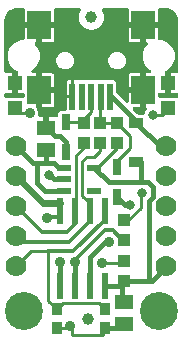
<source format=gbr>
G04 EAGLE Gerber RS-274X export*
G75*
%MOMM*%
%FSLAX34Y34*%
%LPD*%
%INTop Copper*%
%IPPOS*%
%AMOC8*
5,1,8,0,0,1.08239X$1,22.5*%
G01*
%ADD10R,1.000000X1.100000*%
%ADD11C,1.000000*%
%ADD12R,1.200000X0.550000*%
%ADD13R,1.500000X1.300000*%
%ADD14R,0.500000X2.200000*%
%ADD15R,0.900000X1.000000*%
%ADD16R,1.200000X1.200000*%
%ADD17R,1.220000X0.910000*%
%ADD18C,3.216000*%
%ADD19C,1.778000*%
%ADD20R,2.000000X2.400000*%
%ADD21R,0.500000X2.308000*%
%ADD22R,0.800000X1.350000*%
%ADD23C,0.254000*%
%ADD24C,0.906400*%
%ADD25C,0.304800*%
%ADD26C,0.406400*%
%ADD27C,0.800100*%
%ADD28C,0.609600*%

G36*
X-36712Y58436D02*
X-36712Y58436D01*
X-36593Y58443D01*
X-36555Y58456D01*
X-36515Y58461D01*
X-36404Y58504D01*
X-36291Y58541D01*
X-36256Y58563D01*
X-36219Y58578D01*
X-36123Y58648D01*
X-36022Y58711D01*
X-35994Y58741D01*
X-35961Y58764D01*
X-35886Y58856D01*
X-35804Y58943D01*
X-35784Y58978D01*
X-35759Y59009D01*
X-35708Y59117D01*
X-35650Y59221D01*
X-35640Y59261D01*
X-35623Y59297D01*
X-35601Y59414D01*
X-35571Y59529D01*
X-35567Y59590D01*
X-35563Y59610D01*
X-35565Y59630D01*
X-35561Y59690D01*
X-35561Y62991D01*
X-30266Y62991D01*
X-29729Y62847D01*
X-29604Y62830D01*
X-29480Y62806D01*
X-29447Y62808D01*
X-29413Y62804D01*
X-29288Y62818D01*
X-29163Y62826D01*
X-29131Y62836D01*
X-29098Y62840D01*
X-28980Y62885D01*
X-28861Y62924D01*
X-28832Y62942D01*
X-28801Y62954D01*
X-28698Y63027D01*
X-28592Y63094D01*
X-28569Y63119D01*
X-28541Y63138D01*
X-28460Y63234D01*
X-28374Y63326D01*
X-28358Y63355D01*
X-28336Y63381D01*
X-28281Y63494D01*
X-28220Y63604D01*
X-28212Y63637D01*
X-28197Y63667D01*
X-28172Y63791D01*
X-28141Y63912D01*
X-28138Y63961D01*
X-28134Y63979D01*
X-28135Y64001D01*
X-28131Y64073D01*
X-28131Y66222D01*
X-26642Y67711D01*
X-22310Y67711D01*
X-22192Y67726D01*
X-22073Y67733D01*
X-22035Y67746D01*
X-21994Y67751D01*
X-21884Y67794D01*
X-21771Y67831D01*
X-21736Y67853D01*
X-21699Y67868D01*
X-21603Y67937D01*
X-21502Y68001D01*
X-21474Y68031D01*
X-21441Y68054D01*
X-21365Y68146D01*
X-21284Y68233D01*
X-21264Y68268D01*
X-21239Y68299D01*
X-21188Y68407D01*
X-21130Y68511D01*
X-21120Y68551D01*
X-21103Y68587D01*
X-21081Y68704D01*
X-21051Y68819D01*
X-21047Y68879D01*
X-21043Y68899D01*
X-21045Y68920D01*
X-21041Y68980D01*
X-21041Y78741D01*
X-16000Y78741D01*
X-15882Y78756D01*
X-15763Y78763D01*
X-15725Y78775D01*
X-15685Y78780D01*
X-15574Y78824D01*
X-15461Y78861D01*
X-15427Y78883D01*
X-15389Y78897D01*
X-15293Y78967D01*
X-15192Y79031D01*
X-15192Y79032D01*
X-15164Y79061D01*
X-15132Y79084D01*
X-15132Y79085D01*
X-15131Y79085D01*
X-15055Y79177D01*
X-14974Y79263D01*
X-14954Y79299D01*
X-14928Y79330D01*
X-14878Y79437D01*
X-14820Y79542D01*
X-14810Y79581D01*
X-14793Y79617D01*
X-14771Y79734D01*
X-14741Y79850D01*
X-14737Y79910D01*
X-14733Y79930D01*
X-14734Y79950D01*
X-14731Y80010D01*
X-14731Y94091D01*
X-13166Y94091D01*
X-12601Y93939D01*
X-12496Y93925D01*
X-12393Y93902D01*
X-12340Y93904D01*
X-12286Y93896D01*
X-12181Y93908D01*
X-12075Y93912D01*
X-12024Y93927D01*
X-11970Y93933D01*
X-11871Y93971D01*
X-11770Y94000D01*
X-11723Y94027D01*
X-11673Y94047D01*
X-11611Y94091D01*
X19552Y94091D01*
X21041Y92602D01*
X21041Y83742D01*
X21053Y83644D01*
X21056Y83545D01*
X21073Y83486D01*
X21081Y83426D01*
X21117Y83334D01*
X21145Y83239D01*
X21175Y83187D01*
X21198Y83131D01*
X21256Y83051D01*
X21306Y82965D01*
X21372Y82890D01*
X21384Y82873D01*
X21394Y82865D01*
X21412Y82844D01*
X29293Y74964D01*
X29402Y74879D01*
X29509Y74790D01*
X29528Y74782D01*
X29544Y74769D01*
X29672Y74714D01*
X29797Y74655D01*
X29817Y74651D01*
X29836Y74643D01*
X29974Y74621D01*
X30110Y74595D01*
X30130Y74596D01*
X30150Y74593D01*
X30289Y74606D01*
X30427Y74615D01*
X30446Y74621D01*
X30466Y74623D01*
X30598Y74670D01*
X30729Y74713D01*
X30747Y74724D01*
X30766Y74731D01*
X30881Y74809D01*
X30998Y74883D01*
X31012Y74898D01*
X31029Y74909D01*
X31121Y75013D01*
X31216Y75115D01*
X31226Y75132D01*
X31239Y75148D01*
X31303Y75272D01*
X31370Y75393D01*
X31375Y75413D01*
X31384Y75431D01*
X31414Y75567D01*
X31449Y75701D01*
X31451Y75729D01*
X31454Y75741D01*
X31453Y75762D01*
X31459Y75862D01*
X31459Y83111D01*
X41461Y83111D01*
X41461Y71109D01*
X36212Y71109D01*
X36074Y71092D01*
X35935Y71079D01*
X35916Y71072D01*
X35896Y71069D01*
X35767Y71018D01*
X35636Y70971D01*
X35619Y70960D01*
X35601Y70952D01*
X35488Y70871D01*
X35373Y70793D01*
X35360Y70777D01*
X35343Y70766D01*
X35254Y70658D01*
X35163Y70554D01*
X35153Y70536D01*
X35140Y70521D01*
X35081Y70395D01*
X35018Y70271D01*
X35013Y70251D01*
X35005Y70233D01*
X34979Y70097D01*
X34948Y69961D01*
X34949Y69940D01*
X34945Y69921D01*
X34954Y69782D01*
X34958Y69643D01*
X34964Y69623D01*
X34965Y69603D01*
X35008Y69471D01*
X35046Y69337D01*
X35057Y69320D01*
X35063Y69301D01*
X35137Y69183D01*
X35208Y69063D01*
X35226Y69042D01*
X35233Y69032D01*
X35248Y69018D01*
X35314Y68943D01*
X39017Y65239D01*
X39096Y65179D01*
X39168Y65111D01*
X39221Y65082D01*
X39269Y65045D01*
X39360Y65005D01*
X39446Y64957D01*
X39505Y64942D01*
X39560Y64918D01*
X39658Y64903D01*
X39754Y64878D01*
X39854Y64872D01*
X39875Y64868D01*
X39887Y64870D01*
X39915Y64868D01*
X44260Y64868D01*
X44378Y64883D01*
X44496Y64890D01*
X44535Y64903D01*
X44575Y64908D01*
X44686Y64951D01*
X44799Y64988D01*
X44833Y65010D01*
X44871Y65025D01*
X44967Y65094D01*
X45068Y65158D01*
X45095Y65188D01*
X45128Y65211D01*
X45204Y65303D01*
X45286Y65390D01*
X45305Y65425D01*
X45331Y65456D01*
X45382Y65564D01*
X45439Y65668D01*
X45449Y65708D01*
X45466Y65744D01*
X45489Y65861D01*
X45519Y65976D01*
X45522Y66036D01*
X45526Y66056D01*
X45526Y66064D01*
X46525Y68475D01*
X46992Y68942D01*
X47077Y69052D01*
X47166Y69159D01*
X47174Y69178D01*
X47187Y69194D01*
X47242Y69322D01*
X47301Y69447D01*
X47305Y69467D01*
X47313Y69486D01*
X47335Y69624D01*
X47361Y69760D01*
X47360Y69780D01*
X47363Y69800D01*
X47350Y69939D01*
X47341Y70077D01*
X47335Y70096D01*
X47333Y70116D01*
X47286Y70247D01*
X47243Y70379D01*
X47232Y70397D01*
X47226Y70416D01*
X47148Y70530D01*
X47073Y70648D01*
X47058Y70662D01*
X47047Y70679D01*
X46943Y70771D01*
X46841Y70866D01*
X46824Y70876D01*
X46809Y70889D01*
X46685Y70952D01*
X46563Y71020D01*
X46543Y71025D01*
X46539Y71027D01*
X46539Y84380D01*
X46524Y84498D01*
X46517Y84617D01*
X46504Y84655D01*
X46499Y84695D01*
X46455Y84806D01*
X46419Y84919D01*
X46397Y84954D01*
X46382Y84991D01*
X46312Y85087D01*
X46249Y85188D01*
X46219Y85216D01*
X46195Y85248D01*
X46104Y85324D01*
X46017Y85406D01*
X45982Y85425D01*
X45950Y85451D01*
X45843Y85502D01*
X45739Y85559D01*
X45699Y85570D01*
X45663Y85587D01*
X45546Y85609D01*
X45431Y85639D01*
X45370Y85643D01*
X45350Y85647D01*
X45330Y85645D01*
X45270Y85649D01*
X43999Y85649D01*
X43999Y85651D01*
X45270Y85651D01*
X45388Y85666D01*
X45507Y85673D01*
X45545Y85686D01*
X45585Y85691D01*
X45696Y85735D01*
X45809Y85771D01*
X45844Y85793D01*
X45881Y85808D01*
X45977Y85878D01*
X46078Y85941D01*
X46106Y85971D01*
X46138Y85995D01*
X46214Y86086D01*
X46296Y86173D01*
X46315Y86208D01*
X46341Y86240D01*
X46392Y86347D01*
X46449Y86451D01*
X46460Y86491D01*
X46477Y86527D01*
X46499Y86644D01*
X46529Y86759D01*
X46533Y86820D01*
X46537Y86840D01*
X46535Y86860D01*
X46539Y86920D01*
X46539Y100191D01*
X49448Y100191D01*
X49517Y100199D01*
X49587Y100198D01*
X49675Y100219D01*
X49764Y100231D01*
X49829Y100256D01*
X49897Y100273D01*
X49976Y100315D01*
X50059Y100348D01*
X50116Y100389D01*
X50178Y100421D01*
X50244Y100482D01*
X50317Y100534D01*
X50361Y100588D01*
X50413Y100635D01*
X50462Y100710D01*
X50520Y100779D01*
X50549Y100843D01*
X50588Y100901D01*
X50617Y100986D01*
X50655Y101067D01*
X50668Y101136D01*
X50691Y101202D01*
X50698Y101291D01*
X50715Y101379D01*
X50711Y101449D01*
X50716Y101519D01*
X50701Y101607D01*
X50695Y101697D01*
X50674Y101763D01*
X50662Y101832D01*
X50625Y101914D01*
X50597Y101999D01*
X50560Y102058D01*
X50531Y102122D01*
X50475Y102192D01*
X50427Y102268D01*
X50376Y102316D01*
X50333Y102370D01*
X50261Y102424D01*
X50195Y102486D01*
X50134Y102520D01*
X50079Y102562D01*
X49934Y102633D01*
X49480Y102821D01*
X45671Y106630D01*
X43609Y111607D01*
X43609Y116993D01*
X45671Y121970D01*
X47643Y123943D01*
X47728Y124052D01*
X47817Y124159D01*
X47826Y124178D01*
X47838Y124194D01*
X47893Y124322D01*
X47952Y124447D01*
X47956Y124467D01*
X47964Y124486D01*
X47986Y124624D01*
X48012Y124760D01*
X48011Y124780D01*
X48014Y124800D01*
X48001Y124939D01*
X47992Y125077D01*
X47986Y125096D01*
X47984Y125116D01*
X47937Y125248D01*
X47894Y125379D01*
X47884Y125397D01*
X47877Y125416D01*
X47799Y125531D01*
X47724Y125648D01*
X47710Y125662D01*
X47698Y125679D01*
X47594Y125771D01*
X47493Y125866D01*
X47475Y125876D01*
X47460Y125889D01*
X47336Y125953D01*
X47214Y126020D01*
X47195Y126025D01*
X47177Y126034D01*
X47041Y126064D01*
X46906Y126099D01*
X46878Y126101D01*
X46866Y126104D01*
X46846Y126103D01*
X46746Y126109D01*
X46539Y126109D01*
X46539Y138111D01*
X56541Y138111D01*
X56541Y129110D01*
X56556Y128992D01*
X56563Y128873D01*
X56576Y128835D01*
X56581Y128794D01*
X56624Y128684D01*
X56661Y128571D01*
X56683Y128536D01*
X56698Y128499D01*
X56767Y128403D01*
X56831Y128302D01*
X56861Y128274D01*
X56884Y128241D01*
X56976Y128165D01*
X57063Y128084D01*
X57098Y128064D01*
X57129Y128039D01*
X57237Y127988D01*
X57341Y127930D01*
X57381Y127920D01*
X57417Y127903D01*
X57534Y127881D01*
X57649Y127851D01*
X57709Y127847D01*
X57729Y127843D01*
X57750Y127845D01*
X57810Y127841D01*
X59843Y127841D01*
X64820Y125779D01*
X68629Y121970D01*
X70691Y116993D01*
X70691Y111607D01*
X68629Y106630D01*
X64820Y102821D01*
X63014Y102073D01*
X62989Y102058D01*
X62961Y102049D01*
X62851Y101980D01*
X62738Y101915D01*
X62717Y101895D01*
X62692Y101879D01*
X62603Y101784D01*
X62510Y101694D01*
X62494Y101669D01*
X62474Y101647D01*
X62411Y101533D01*
X62343Y101423D01*
X62335Y101395D01*
X62320Y101369D01*
X62288Y101243D01*
X62250Y101119D01*
X62248Y101089D01*
X62241Y101061D01*
X62231Y100900D01*
X62231Y93050D01*
X62246Y92932D01*
X62253Y92813D01*
X62266Y92775D01*
X62271Y92735D01*
X62314Y92624D01*
X62351Y92511D01*
X62373Y92476D01*
X62388Y92439D01*
X62458Y92343D01*
X62521Y92242D01*
X62551Y92214D01*
X62575Y92182D01*
X62666Y92106D01*
X62753Y92024D01*
X62788Y92005D01*
X62819Y91979D01*
X62927Y91928D01*
X63031Y91871D01*
X63071Y91860D01*
X63107Y91843D01*
X63224Y91821D01*
X63339Y91791D01*
X63400Y91787D01*
X63420Y91783D01*
X63440Y91785D01*
X63500Y91781D01*
X66040Y91781D01*
X66158Y91796D01*
X66277Y91803D01*
X66315Y91816D01*
X66355Y91821D01*
X66466Y91865D01*
X66579Y91901D01*
X66614Y91923D01*
X66651Y91938D01*
X66747Y92008D01*
X66848Y92071D01*
X66876Y92101D01*
X66908Y92125D01*
X66984Y92216D01*
X67066Y92303D01*
X67085Y92338D01*
X67111Y92370D01*
X67162Y92477D01*
X67219Y92581D01*
X67230Y92621D01*
X67247Y92657D01*
X67269Y92774D01*
X67299Y92889D01*
X67303Y92950D01*
X67307Y92970D01*
X67305Y92990D01*
X67309Y93050D01*
X67309Y100321D01*
X71104Y100321D01*
X71751Y100148D01*
X71755Y100145D01*
X71877Y100094D01*
X71997Y100037D01*
X72024Y100032D01*
X72048Y100022D01*
X72180Y100002D01*
X72310Y99977D01*
X72336Y99979D01*
X72363Y99975D01*
X72495Y99989D01*
X72627Y99997D01*
X72652Y100005D01*
X72679Y100008D01*
X72804Y100054D01*
X72929Y100095D01*
X72952Y100110D01*
X72977Y100119D01*
X73086Y100194D01*
X73198Y100265D01*
X73217Y100285D01*
X73239Y100300D01*
X73325Y100400D01*
X73416Y100497D01*
X73429Y100521D01*
X73447Y100541D01*
X73506Y100659D01*
X73570Y100775D01*
X73576Y100802D01*
X73588Y100826D01*
X73616Y100955D01*
X73649Y101083D01*
X73651Y101122D01*
X73655Y101137D01*
X73654Y101158D01*
X73659Y101244D01*
X73659Y144780D01*
X73657Y144800D01*
X73653Y144904D01*
X73482Y146639D01*
X73459Y146742D01*
X73444Y146848D01*
X73417Y146928D01*
X73412Y146949D01*
X73405Y146963D01*
X73392Y147000D01*
X72064Y150205D01*
X72060Y150213D01*
X72057Y150222D01*
X71981Y150352D01*
X71907Y150481D01*
X71900Y150488D01*
X71896Y150496D01*
X71789Y150617D01*
X69337Y153069D01*
X69329Y153075D01*
X69323Y153082D01*
X69204Y153172D01*
X69085Y153264D01*
X69077Y153268D01*
X69069Y153273D01*
X68925Y153344D01*
X65720Y154672D01*
X65618Y154700D01*
X65518Y154736D01*
X65434Y154750D01*
X65413Y154756D01*
X65397Y154756D01*
X65359Y154762D01*
X63624Y154933D01*
X63605Y154933D01*
X63500Y154939D01*
X57671Y154939D01*
X57546Y154923D01*
X57421Y154914D01*
X57389Y154904D01*
X57356Y154899D01*
X57238Y154853D01*
X57119Y154813D01*
X57091Y154795D01*
X57060Y154782D01*
X56958Y154708D01*
X56853Y154640D01*
X56830Y154615D01*
X56802Y154596D01*
X56722Y154499D01*
X56637Y154406D01*
X56621Y154377D01*
X56600Y154351D01*
X56546Y154237D01*
X56487Y154126D01*
X56478Y154093D01*
X56464Y154063D01*
X56441Y153940D01*
X56410Y153817D01*
X56411Y153784D01*
X56404Y153751D01*
X56412Y153625D01*
X56413Y153499D01*
X56423Y153451D01*
X56424Y153433D01*
X56431Y153413D01*
X56445Y153341D01*
X56541Y152985D01*
X56541Y143189D01*
X45270Y143189D01*
X45152Y143174D01*
X45033Y143167D01*
X44995Y143154D01*
X44955Y143149D01*
X44844Y143105D01*
X44731Y143069D01*
X44696Y143047D01*
X44659Y143032D01*
X44563Y142962D01*
X44462Y142899D01*
X44434Y142869D01*
X44402Y142845D01*
X44326Y142754D01*
X44244Y142667D01*
X44225Y142632D01*
X44199Y142600D01*
X44148Y142493D01*
X44091Y142389D01*
X44080Y142349D01*
X44063Y142313D01*
X44041Y142196D01*
X44011Y142081D01*
X44007Y142020D01*
X44003Y142000D01*
X44005Y141980D01*
X44001Y141920D01*
X44001Y140649D01*
X43999Y140649D01*
X43999Y141920D01*
X43984Y142038D01*
X43977Y142157D01*
X43964Y142195D01*
X43959Y142235D01*
X43915Y142346D01*
X43879Y142459D01*
X43857Y142494D01*
X43842Y142531D01*
X43772Y142627D01*
X43709Y142728D01*
X43679Y142756D01*
X43655Y142788D01*
X43564Y142864D01*
X43477Y142946D01*
X43442Y142965D01*
X43410Y142991D01*
X43303Y143042D01*
X43199Y143099D01*
X43159Y143110D01*
X43123Y143127D01*
X43006Y143149D01*
X42891Y143179D01*
X42830Y143183D01*
X42810Y143187D01*
X42790Y143185D01*
X42730Y143189D01*
X31459Y143189D01*
X31459Y152985D01*
X31555Y153341D01*
X31572Y153466D01*
X31596Y153590D01*
X31594Y153623D01*
X31598Y153657D01*
X31584Y153782D01*
X31576Y153907D01*
X31566Y153939D01*
X31562Y153972D01*
X31517Y154090D01*
X31478Y154209D01*
X31460Y154238D01*
X31448Y154269D01*
X31375Y154372D01*
X31308Y154478D01*
X31283Y154501D01*
X31264Y154529D01*
X31168Y154610D01*
X31076Y154696D01*
X31047Y154712D01*
X31021Y154734D01*
X30907Y154789D01*
X30798Y154850D01*
X30765Y154858D01*
X30735Y154873D01*
X30611Y154898D01*
X30490Y154929D01*
X30441Y154932D01*
X30423Y154936D01*
X30401Y154935D01*
X30329Y154939D01*
X10133Y154939D01*
X10056Y154930D01*
X9979Y154930D01*
X9899Y154910D01*
X9817Y154899D01*
X9745Y154871D01*
X9670Y154852D01*
X9598Y154813D01*
X9521Y154782D01*
X9459Y154737D01*
X9391Y154700D01*
X9331Y154644D01*
X9264Y154596D01*
X9215Y154536D01*
X9158Y154483D01*
X9114Y154414D01*
X9061Y154351D01*
X9028Y154281D01*
X8987Y154215D01*
X8961Y154137D01*
X8926Y154063D01*
X8911Y153987D01*
X8887Y153913D01*
X8881Y153831D01*
X8866Y153751D01*
X8871Y153673D01*
X8866Y153596D01*
X8881Y153515D01*
X8886Y153433D01*
X8909Y153360D01*
X8924Y153283D01*
X8982Y153134D01*
X9166Y152740D01*
X9182Y152714D01*
X9193Y152686D01*
X9277Y152548D01*
X9397Y152376D01*
X9405Y152338D01*
X9432Y152194D01*
X9437Y152179D01*
X9439Y152172D01*
X9446Y152158D01*
X9490Y152044D01*
X9719Y151553D01*
X9798Y151428D01*
X9874Y151302D01*
X9882Y151294D01*
X9889Y151284D01*
X9916Y151258D01*
X9968Y151066D01*
X9979Y151038D01*
X9985Y151008D01*
X10044Y150858D01*
X10132Y150668D01*
X10133Y150629D01*
X10135Y150482D01*
X10138Y150467D01*
X10138Y150459D01*
X10142Y150444D01*
X10166Y150325D01*
X10307Y149801D01*
X10362Y149665D01*
X10416Y149527D01*
X10422Y149518D01*
X10427Y149507D01*
X10450Y149476D01*
X10467Y149278D01*
X10473Y149248D01*
X10474Y149218D01*
X10505Y149060D01*
X10560Y148857D01*
X10554Y148819D01*
X10530Y148674D01*
X10530Y148659D01*
X10529Y148651D01*
X10531Y148635D01*
X10534Y148514D01*
X10581Y147974D01*
X10612Y147829D01*
X10641Y147685D01*
X10646Y147675D01*
X10648Y147663D01*
X10665Y147629D01*
X10648Y147431D01*
X10649Y147400D01*
X10644Y147370D01*
X10648Y147209D01*
X10666Y147000D01*
X10654Y146964D01*
X10605Y146825D01*
X10603Y146810D01*
X10600Y146803D01*
X10599Y146787D01*
X10581Y146666D01*
X10534Y146126D01*
X10539Y145980D01*
X10542Y145832D01*
X10545Y145820D01*
X10546Y145809D01*
X10557Y145772D01*
X10505Y145580D01*
X10501Y145550D01*
X10491Y145521D01*
X10467Y145362D01*
X10449Y145153D01*
X10430Y145119D01*
X10358Y144991D01*
X10353Y144976D01*
X10349Y144970D01*
X10346Y144954D01*
X10307Y144839D01*
X10166Y144315D01*
X10146Y144170D01*
X10124Y144024D01*
X10125Y144012D01*
X10123Y144000D01*
X10128Y143963D01*
X10044Y143782D01*
X10034Y143753D01*
X10019Y143727D01*
X9968Y143574D01*
X9914Y143371D01*
X9890Y143342D01*
X9796Y143228D01*
X9789Y143214D01*
X9784Y143208D01*
X9778Y143194D01*
X9719Y143087D01*
X9490Y142596D01*
X9445Y142455D01*
X9398Y142316D01*
X9397Y142304D01*
X9393Y142293D01*
X9391Y142255D01*
X9277Y142092D01*
X9263Y142065D01*
X9243Y142042D01*
X9166Y141900D01*
X9077Y141710D01*
X9049Y141685D01*
X8937Y141589D01*
X8927Y141577D01*
X8921Y141572D01*
X8913Y141558D01*
X8836Y141463D01*
X8526Y141019D01*
X8457Y140889D01*
X8386Y140760D01*
X8383Y140749D01*
X8377Y140738D01*
X8369Y140701D01*
X8228Y140560D01*
X8209Y140536D01*
X8186Y140517D01*
X8086Y140391D01*
X7965Y140219D01*
X7933Y140199D01*
X7806Y140124D01*
X7794Y140114D01*
X7788Y140110D01*
X7777Y140099D01*
X7685Y140018D01*
X7302Y139635D01*
X7211Y139517D01*
X7119Y139404D01*
X7114Y139393D01*
X7107Y139383D01*
X7092Y139349D01*
X6929Y139234D01*
X6907Y139214D01*
X6880Y139199D01*
X6760Y139092D01*
X6611Y138944D01*
X6576Y138930D01*
X6438Y138878D01*
X6424Y138870D01*
X6417Y138867D01*
X6405Y138858D01*
X6301Y138794D01*
X5857Y138484D01*
X5747Y138384D01*
X5636Y138288D01*
X5630Y138278D01*
X5621Y138270D01*
X5600Y138238D01*
X5420Y138154D01*
X5394Y138138D01*
X5366Y138127D01*
X5228Y138043D01*
X5056Y137923D01*
X5018Y137915D01*
X4874Y137888D01*
X4859Y137883D01*
X4852Y137881D01*
X4838Y137874D01*
X4724Y137830D01*
X4233Y137601D01*
X4108Y137522D01*
X3982Y137446D01*
X3974Y137438D01*
X3964Y137431D01*
X3938Y137404D01*
X3746Y137352D01*
X3718Y137341D01*
X3688Y137335D01*
X3538Y137276D01*
X3348Y137188D01*
X3309Y137187D01*
X3162Y137185D01*
X3147Y137182D01*
X3139Y137182D01*
X3124Y137178D01*
X3005Y137154D01*
X2481Y137013D01*
X2345Y136958D01*
X2207Y136904D01*
X2198Y136898D01*
X2187Y136893D01*
X2156Y136870D01*
X1958Y136853D01*
X1928Y136847D01*
X1898Y136846D01*
X1740Y136815D01*
X1537Y136760D01*
X1500Y136766D01*
X1354Y136790D01*
X1339Y136790D01*
X1331Y136791D01*
X1315Y136789D01*
X1194Y136786D01*
X654Y136739D01*
X510Y136708D01*
X365Y136679D01*
X355Y136674D01*
X343Y136672D01*
X309Y136655D01*
X111Y136672D01*
X80Y136671D01*
X50Y136676D01*
X-111Y136672D01*
X-320Y136654D01*
X-356Y136666D01*
X-495Y136715D01*
X-510Y136717D01*
X-517Y136720D01*
X-533Y136721D01*
X-654Y136739D01*
X-1194Y136786D01*
X-1340Y136781D01*
X-1488Y136778D01*
X-1500Y136775D01*
X-1511Y136774D01*
X-1548Y136763D01*
X-1740Y136815D01*
X-1770Y136819D01*
X-1799Y136829D01*
X-1958Y136853D01*
X-2167Y136871D01*
X-2201Y136890D01*
X-2329Y136962D01*
X-2344Y136967D01*
X-2350Y136971D01*
X-2366Y136974D01*
X-2481Y137013D01*
X-3005Y137154D01*
X-3150Y137174D01*
X-3296Y137196D01*
X-3308Y137195D01*
X-3320Y137197D01*
X-3357Y137192D01*
X-3538Y137276D01*
X-3567Y137286D01*
X-3593Y137301D01*
X-3746Y137352D01*
X-3949Y137407D01*
X-3979Y137430D01*
X-4092Y137524D01*
X-4106Y137531D01*
X-4112Y137536D01*
X-4126Y137542D01*
X-4233Y137601D01*
X-4724Y137830D01*
X-4865Y137875D01*
X-5004Y137922D01*
X-5016Y137923D01*
X-5027Y137927D01*
X-5065Y137929D01*
X-5228Y138043D01*
X-5255Y138057D01*
X-5278Y138077D01*
X-5420Y138154D01*
X-5610Y138243D01*
X-5635Y138271D01*
X-5731Y138383D01*
X-5743Y138393D01*
X-5748Y138399D01*
X-5762Y138407D01*
X-5857Y138484D01*
X-6301Y138794D01*
X-6431Y138863D01*
X-6560Y138934D01*
X-6571Y138937D01*
X-6582Y138943D01*
X-6619Y138951D01*
X-6760Y139092D01*
X-6784Y139111D01*
X-6803Y139134D01*
X-6929Y139234D01*
X-7101Y139355D01*
X-7121Y139387D01*
X-7196Y139514D01*
X-7206Y139526D01*
X-7210Y139532D01*
X-7221Y139543D01*
X-7302Y139635D01*
X-7685Y140018D01*
X-7803Y140109D01*
X-7916Y140201D01*
X-7927Y140206D01*
X-7937Y140213D01*
X-7971Y140228D01*
X-8086Y140391D01*
X-8106Y140413D01*
X-8121Y140440D01*
X-8138Y140458D01*
X-8139Y140461D01*
X-8143Y140465D01*
X-8228Y140560D01*
X-8376Y140709D01*
X-8390Y140744D01*
X-8442Y140882D01*
X-8450Y140896D01*
X-8453Y140903D01*
X-8462Y140915D01*
X-8526Y141019D01*
X-8836Y141463D01*
X-8936Y141573D01*
X-9032Y141684D01*
X-9042Y141690D01*
X-9050Y141699D01*
X-9082Y141720D01*
X-9166Y141900D01*
X-9182Y141926D01*
X-9193Y141954D01*
X-9277Y142092D01*
X-9397Y142264D01*
X-9405Y142302D01*
X-9432Y142446D01*
X-9437Y142461D01*
X-9439Y142468D01*
X-9446Y142482D01*
X-9490Y142596D01*
X-9719Y143087D01*
X-9798Y143212D01*
X-9874Y143338D01*
X-9882Y143346D01*
X-9889Y143356D01*
X-9916Y143382D01*
X-9968Y143574D01*
X-9979Y143602D01*
X-9985Y143632D01*
X-10044Y143782D01*
X-10132Y143972D01*
X-10133Y144011D01*
X-10135Y144158D01*
X-10138Y144173D01*
X-10138Y144181D01*
X-10142Y144196D01*
X-10166Y144315D01*
X-10307Y144839D01*
X-10362Y144975D01*
X-10416Y145113D01*
X-10422Y145122D01*
X-10427Y145133D01*
X-10450Y145164D01*
X-10467Y145362D01*
X-10473Y145392D01*
X-10474Y145422D01*
X-10505Y145580D01*
X-10560Y145783D01*
X-10554Y145821D01*
X-10530Y145966D01*
X-10530Y145981D01*
X-10529Y145989D01*
X-10531Y146005D01*
X-10534Y146127D01*
X-10581Y146666D01*
X-10612Y146810D01*
X-10641Y146955D01*
X-10646Y146966D01*
X-10648Y146977D01*
X-10665Y147011D01*
X-10648Y147209D01*
X-10649Y147240D01*
X-10644Y147270D01*
X-10648Y147431D01*
X-10666Y147640D01*
X-10654Y147676D01*
X-10605Y147815D01*
X-10603Y147830D01*
X-10600Y147838D01*
X-10599Y147854D01*
X-10581Y147974D01*
X-10534Y148513D01*
X-10539Y148661D01*
X-10542Y148808D01*
X-10545Y148820D01*
X-10546Y148831D01*
X-10557Y148868D01*
X-10505Y149060D01*
X-10501Y149090D01*
X-10491Y149119D01*
X-10467Y149278D01*
X-10449Y149487D01*
X-10430Y149521D01*
X-10358Y149649D01*
X-10353Y149664D01*
X-10349Y149670D01*
X-10346Y149686D01*
X-10307Y149801D01*
X-10166Y150325D01*
X-10146Y150470D01*
X-10124Y150616D01*
X-10125Y150628D01*
X-10123Y150640D01*
X-10128Y150678D01*
X-10044Y150858D01*
X-10034Y150887D01*
X-10019Y150913D01*
X-9968Y151066D01*
X-9914Y151269D01*
X-9890Y151298D01*
X-9796Y151412D01*
X-9789Y151426D01*
X-9784Y151432D01*
X-9778Y151446D01*
X-9719Y151553D01*
X-9490Y152044D01*
X-9445Y152185D01*
X-9398Y152324D01*
X-9397Y152336D01*
X-9393Y152347D01*
X-9391Y152385D01*
X-9277Y152548D01*
X-9262Y152575D01*
X-9243Y152598D01*
X-9166Y152740D01*
X-8982Y153134D01*
X-8959Y153205D01*
X-8952Y153222D01*
X-8951Y153223D01*
X-8926Y153277D01*
X-8910Y153358D01*
X-8885Y153436D01*
X-8880Y153514D01*
X-8866Y153590D01*
X-8871Y153672D01*
X-8866Y153754D01*
X-8881Y153830D01*
X-8886Y153907D01*
X-8911Y153985D01*
X-8927Y154066D01*
X-8960Y154136D01*
X-8984Y154209D01*
X-9028Y154279D01*
X-9063Y154353D01*
X-9112Y154413D01*
X-9154Y154478D01*
X-9214Y154535D01*
X-9266Y154598D01*
X-9329Y154643D01*
X-9385Y154696D01*
X-9458Y154736D01*
X-9524Y154784D01*
X-9596Y154812D01*
X-9664Y154850D01*
X-9744Y154870D01*
X-9820Y154900D01*
X-9897Y154910D01*
X-9972Y154929D01*
X-10133Y154939D01*
X-30329Y154939D01*
X-30454Y154923D01*
X-30579Y154914D01*
X-30611Y154904D01*
X-30644Y154899D01*
X-30762Y154853D01*
X-30881Y154813D01*
X-30909Y154795D01*
X-30940Y154782D01*
X-31042Y154708D01*
X-31147Y154640D01*
X-31170Y154615D01*
X-31198Y154596D01*
X-31278Y154499D01*
X-31363Y154406D01*
X-31379Y154377D01*
X-31400Y154351D01*
X-31454Y154237D01*
X-31513Y154126D01*
X-31522Y154093D01*
X-31536Y154063D01*
X-31559Y153940D01*
X-31590Y153817D01*
X-31589Y153784D01*
X-31596Y153751D01*
X-31588Y153625D01*
X-31587Y153499D01*
X-31577Y153451D01*
X-31576Y153433D01*
X-31569Y153413D01*
X-31555Y153341D01*
X-31459Y152985D01*
X-31459Y143189D01*
X-42730Y143189D01*
X-42848Y143174D01*
X-42967Y143167D01*
X-43005Y143154D01*
X-43045Y143149D01*
X-43156Y143105D01*
X-43269Y143069D01*
X-43304Y143047D01*
X-43341Y143032D01*
X-43437Y142962D01*
X-43538Y142899D01*
X-43566Y142869D01*
X-43598Y142845D01*
X-43674Y142754D01*
X-43756Y142667D01*
X-43775Y142632D01*
X-43801Y142600D01*
X-43852Y142493D01*
X-43909Y142389D01*
X-43920Y142349D01*
X-43937Y142313D01*
X-43959Y142196D01*
X-43989Y142081D01*
X-43993Y142020D01*
X-43997Y142000D01*
X-43995Y141980D01*
X-43999Y141920D01*
X-43999Y140649D01*
X-44001Y140649D01*
X-44001Y141920D01*
X-44016Y142038D01*
X-44023Y142157D01*
X-44036Y142195D01*
X-44041Y142235D01*
X-44085Y142346D01*
X-44121Y142459D01*
X-44143Y142494D01*
X-44158Y142531D01*
X-44228Y142627D01*
X-44291Y142728D01*
X-44321Y142756D01*
X-44345Y142788D01*
X-44436Y142864D01*
X-44523Y142946D01*
X-44558Y142965D01*
X-44590Y142991D01*
X-44697Y143042D01*
X-44801Y143099D01*
X-44841Y143110D01*
X-44877Y143127D01*
X-44994Y143149D01*
X-45109Y143179D01*
X-45170Y143183D01*
X-45190Y143187D01*
X-45210Y143185D01*
X-45270Y143189D01*
X-56541Y143189D01*
X-56541Y152985D01*
X-56445Y153341D01*
X-56428Y153466D01*
X-56404Y153590D01*
X-56406Y153623D01*
X-56402Y153657D01*
X-56416Y153782D01*
X-56424Y153907D01*
X-56434Y153939D01*
X-56438Y153972D01*
X-56483Y154090D01*
X-56522Y154209D01*
X-56540Y154238D01*
X-56552Y154269D01*
X-56625Y154372D01*
X-56692Y154478D01*
X-56717Y154501D01*
X-56736Y154529D01*
X-56832Y154610D01*
X-56924Y154696D01*
X-56953Y154712D01*
X-56979Y154734D01*
X-57093Y154789D01*
X-57202Y154850D01*
X-57235Y154858D01*
X-57265Y154873D01*
X-57389Y154898D01*
X-57510Y154929D01*
X-57559Y154932D01*
X-57577Y154936D01*
X-57599Y154935D01*
X-57671Y154939D01*
X-63500Y154939D01*
X-63520Y154937D01*
X-63624Y154933D01*
X-65359Y154762D01*
X-65462Y154739D01*
X-65568Y154724D01*
X-65648Y154697D01*
X-65669Y154692D01*
X-65683Y154685D01*
X-65720Y154672D01*
X-68925Y153344D01*
X-68933Y153340D01*
X-68942Y153337D01*
X-69072Y153260D01*
X-69201Y153187D01*
X-69208Y153180D01*
X-69216Y153176D01*
X-69337Y153069D01*
X-71789Y150617D01*
X-71795Y150609D01*
X-71802Y150603D01*
X-71892Y150484D01*
X-71984Y150365D01*
X-71988Y150357D01*
X-71993Y150349D01*
X-72064Y150205D01*
X-73392Y147000D01*
X-73420Y146898D01*
X-73456Y146798D01*
X-73470Y146714D01*
X-73476Y146693D01*
X-73476Y146677D01*
X-73482Y146639D01*
X-73653Y144904D01*
X-73653Y144885D01*
X-73659Y144780D01*
X-73659Y101244D01*
X-73643Y101113D01*
X-73632Y100981D01*
X-73623Y100955D01*
X-73619Y100929D01*
X-73571Y100806D01*
X-73527Y100680D01*
X-73512Y100658D01*
X-73502Y100633D01*
X-73425Y100526D01*
X-73351Y100415D01*
X-73331Y100397D01*
X-73316Y100375D01*
X-73214Y100291D01*
X-73115Y100202D01*
X-73091Y100190D01*
X-73071Y100173D01*
X-72951Y100116D01*
X-72833Y100055D01*
X-72807Y100049D01*
X-72783Y100037D01*
X-72653Y100012D01*
X-72524Y99982D01*
X-72497Y99982D01*
X-72471Y99977D01*
X-72339Y99986D01*
X-72206Y99988D01*
X-72180Y99995D01*
X-72153Y99997D01*
X-72028Y100038D01*
X-71900Y100073D01*
X-71865Y100090D01*
X-71851Y100095D01*
X-71832Y100107D01*
X-71755Y100145D01*
X-71751Y100148D01*
X-71104Y100321D01*
X-67309Y100321D01*
X-67309Y93050D01*
X-67294Y92932D01*
X-67287Y92813D01*
X-67274Y92775D01*
X-67269Y92735D01*
X-67225Y92624D01*
X-67189Y92511D01*
X-67167Y92476D01*
X-67152Y92439D01*
X-67082Y92343D01*
X-67019Y92242D01*
X-66989Y92214D01*
X-66965Y92182D01*
X-66874Y92106D01*
X-66787Y92024D01*
X-66752Y92005D01*
X-66720Y91979D01*
X-66613Y91928D01*
X-66509Y91871D01*
X-66469Y91860D01*
X-66433Y91843D01*
X-66316Y91821D01*
X-66201Y91791D01*
X-66140Y91787D01*
X-66120Y91783D01*
X-66100Y91785D01*
X-66040Y91781D01*
X-63500Y91781D01*
X-63382Y91796D01*
X-63263Y91803D01*
X-63225Y91816D01*
X-63185Y91821D01*
X-63074Y91865D01*
X-62961Y91901D01*
X-62926Y91923D01*
X-62889Y91938D01*
X-62793Y92008D01*
X-62692Y92071D01*
X-62664Y92101D01*
X-62631Y92125D01*
X-62556Y92216D01*
X-62474Y92303D01*
X-62454Y92338D01*
X-62429Y92370D01*
X-62378Y92477D01*
X-62320Y92581D01*
X-62310Y92621D01*
X-62293Y92657D01*
X-62271Y92774D01*
X-62241Y92889D01*
X-62237Y92950D01*
X-62233Y92970D01*
X-62235Y92990D01*
X-62231Y93050D01*
X-62231Y100900D01*
X-62235Y100929D01*
X-62232Y100959D01*
X-62254Y101087D01*
X-62271Y101216D01*
X-62281Y101243D01*
X-62287Y101272D01*
X-62340Y101391D01*
X-62388Y101511D01*
X-62405Y101535D01*
X-62417Y101562D01*
X-62498Y101664D01*
X-62575Y101769D01*
X-62597Y101787D01*
X-62616Y101811D01*
X-62719Y101889D01*
X-62819Y101971D01*
X-62846Y101984D01*
X-62870Y102002D01*
X-63014Y102073D01*
X-64820Y102821D01*
X-68629Y106630D01*
X-70691Y111607D01*
X-70691Y116993D01*
X-68629Y121970D01*
X-64820Y125779D01*
X-59843Y127841D01*
X-57810Y127841D01*
X-57692Y127856D01*
X-57573Y127863D01*
X-57535Y127876D01*
X-57494Y127881D01*
X-57384Y127924D01*
X-57271Y127961D01*
X-57236Y127983D01*
X-57199Y127998D01*
X-57103Y128067D01*
X-57002Y128131D01*
X-56974Y128161D01*
X-56941Y128184D01*
X-56865Y128276D01*
X-56784Y128363D01*
X-56764Y128398D01*
X-56739Y128429D01*
X-56688Y128537D01*
X-56630Y128641D01*
X-56620Y128681D01*
X-56603Y128717D01*
X-56581Y128834D01*
X-56551Y128949D01*
X-56547Y129009D01*
X-56543Y129029D01*
X-56545Y129050D01*
X-56541Y129110D01*
X-56541Y138111D01*
X-46539Y138111D01*
X-46539Y126109D01*
X-46746Y126109D01*
X-46883Y126092D01*
X-47022Y126079D01*
X-47041Y126072D01*
X-47061Y126069D01*
X-47190Y126018D01*
X-47321Y125971D01*
X-47338Y125960D01*
X-47357Y125952D01*
X-47469Y125871D01*
X-47584Y125793D01*
X-47598Y125777D01*
X-47614Y125766D01*
X-47703Y125658D01*
X-47795Y125554D01*
X-47804Y125536D01*
X-47817Y125521D01*
X-47876Y125395D01*
X-47939Y125271D01*
X-47944Y125251D01*
X-47952Y125233D01*
X-47979Y125097D01*
X-48009Y124961D01*
X-48008Y124940D01*
X-48012Y124921D01*
X-48004Y124782D01*
X-47999Y124643D01*
X-47994Y124623D01*
X-47992Y124603D01*
X-47950Y124471D01*
X-47911Y124337D01*
X-47901Y124320D01*
X-47894Y124301D01*
X-47820Y124183D01*
X-47749Y124063D01*
X-47731Y124042D01*
X-47724Y124032D01*
X-47709Y124018D01*
X-47643Y123943D01*
X-45671Y121970D01*
X-43609Y116993D01*
X-43609Y111607D01*
X-45671Y106630D01*
X-49480Y102821D01*
X-49934Y102633D01*
X-49995Y102598D01*
X-50059Y102572D01*
X-50132Y102520D01*
X-50210Y102475D01*
X-50260Y102427D01*
X-50317Y102386D01*
X-50374Y102316D01*
X-50439Y102254D01*
X-50475Y102194D01*
X-50520Y102141D01*
X-50558Y102059D01*
X-50605Y101983D01*
X-50625Y101916D01*
X-50655Y101853D01*
X-50672Y101765D01*
X-50698Y101679D01*
X-50702Y101609D01*
X-50715Y101540D01*
X-50709Y101451D01*
X-50714Y101361D01*
X-50699Y101293D01*
X-50695Y101223D01*
X-50668Y101138D01*
X-50649Y101050D01*
X-50619Y100987D01*
X-50597Y100921D01*
X-50549Y100845D01*
X-50510Y100764D01*
X-50464Y100711D01*
X-50427Y100652D01*
X-50362Y100590D01*
X-50303Y100522D01*
X-50246Y100482D01*
X-50195Y100434D01*
X-50117Y100391D01*
X-50043Y100339D01*
X-49978Y100314D01*
X-49917Y100280D01*
X-49830Y100258D01*
X-49746Y100226D01*
X-49677Y100218D01*
X-49609Y100201D01*
X-49448Y100191D01*
X-46539Y100191D01*
X-46539Y86920D01*
X-46524Y86802D01*
X-46517Y86683D01*
X-46504Y86645D01*
X-46499Y86605D01*
X-46455Y86494D01*
X-46419Y86381D01*
X-46397Y86346D01*
X-46382Y86309D01*
X-46312Y86213D01*
X-46249Y86112D01*
X-46219Y86084D01*
X-46195Y86052D01*
X-46104Y85976D01*
X-46017Y85894D01*
X-45982Y85875D01*
X-45950Y85849D01*
X-45843Y85798D01*
X-45739Y85741D01*
X-45699Y85730D01*
X-45663Y85713D01*
X-45546Y85691D01*
X-45431Y85661D01*
X-45370Y85657D01*
X-45350Y85653D01*
X-45330Y85655D01*
X-45270Y85651D01*
X-43999Y85651D01*
X-43999Y85649D01*
X-45270Y85649D01*
X-45388Y85634D01*
X-45507Y85627D01*
X-45545Y85614D01*
X-45585Y85609D01*
X-45696Y85565D01*
X-45809Y85529D01*
X-45844Y85507D01*
X-45881Y85492D01*
X-45977Y85422D01*
X-46078Y85359D01*
X-46106Y85329D01*
X-46138Y85305D01*
X-46214Y85214D01*
X-46296Y85127D01*
X-46315Y85092D01*
X-46341Y85060D01*
X-46392Y84953D01*
X-46449Y84849D01*
X-46460Y84809D01*
X-46477Y84773D01*
X-46499Y84656D01*
X-46529Y84541D01*
X-46533Y84480D01*
X-46537Y84460D01*
X-46535Y84440D01*
X-46539Y84380D01*
X-46539Y71037D01*
X-46527Y70939D01*
X-46524Y70840D01*
X-46507Y70782D01*
X-46499Y70722D01*
X-46463Y70630D01*
X-46435Y70534D01*
X-46405Y70482D01*
X-46382Y70426D01*
X-46324Y70346D01*
X-46274Y70261D01*
X-46208Y70185D01*
X-46195Y70169D01*
X-46186Y70161D01*
X-46167Y70140D01*
X-46074Y70046D01*
X-44997Y67447D01*
X-44997Y64588D01*
X-45006Y64545D01*
X-45035Y64439D01*
X-45035Y64389D01*
X-45045Y64340D01*
X-45038Y64231D01*
X-45040Y64121D01*
X-45028Y64073D01*
X-45025Y64023D01*
X-44991Y63919D01*
X-44966Y63812D01*
X-44942Y63768D01*
X-44927Y63721D01*
X-44868Y63628D01*
X-44817Y63531D01*
X-44783Y63494D01*
X-44757Y63452D01*
X-44677Y63376D01*
X-44603Y63295D01*
X-44561Y63268D01*
X-44525Y63234D01*
X-44429Y63181D01*
X-44337Y63121D01*
X-44290Y63104D01*
X-44247Y63080D01*
X-44140Y63053D01*
X-44036Y63017D01*
X-43987Y63013D01*
X-43939Y63001D01*
X-43778Y62991D01*
X-40639Y62991D01*
X-40639Y59690D01*
X-40624Y59572D01*
X-40617Y59453D01*
X-40604Y59415D01*
X-40599Y59374D01*
X-40555Y59264D01*
X-40519Y59151D01*
X-40497Y59116D01*
X-40482Y59079D01*
X-40412Y58983D01*
X-40349Y58882D01*
X-40319Y58854D01*
X-40295Y58821D01*
X-40204Y58746D01*
X-40117Y58664D01*
X-40082Y58644D01*
X-40050Y58619D01*
X-39943Y58568D01*
X-39839Y58510D01*
X-39799Y58500D01*
X-39763Y58483D01*
X-39646Y58461D01*
X-39531Y58431D01*
X-39470Y58427D01*
X-39450Y58423D01*
X-39430Y58425D01*
X-39370Y58421D01*
X-36830Y58421D01*
X-36712Y58436D01*
G37*
%LPC*%
G36*
X20500Y103109D02*
X20500Y103109D01*
X17729Y104257D01*
X15607Y106379D01*
X14459Y109150D01*
X14459Y112150D01*
X15607Y114921D01*
X17729Y117043D01*
X20500Y118191D01*
X23500Y118191D01*
X26271Y117043D01*
X28393Y114921D01*
X29541Y112150D01*
X29541Y109150D01*
X28393Y106379D01*
X26271Y104257D01*
X23500Y103109D01*
X20500Y103109D01*
G37*
%LPD*%
%LPC*%
G36*
X-23500Y103109D02*
X-23500Y103109D01*
X-26271Y104257D01*
X-28393Y106379D01*
X-29541Y109150D01*
X-29541Y112150D01*
X-28393Y114921D01*
X-26271Y117043D01*
X-23500Y118191D01*
X-20500Y118191D01*
X-17729Y117043D01*
X-15607Y114921D01*
X-14459Y112150D01*
X-14459Y109150D01*
X-15607Y106379D01*
X-17729Y104257D01*
X-20500Y103109D01*
X-23500Y103109D01*
G37*
%LPD*%
%LPC*%
G36*
X31459Y88189D02*
X31459Y88189D01*
X31459Y97984D01*
X31632Y98631D01*
X31967Y99210D01*
X32440Y99683D01*
X33019Y100018D01*
X33666Y100191D01*
X41461Y100191D01*
X41461Y88189D01*
X31459Y88189D01*
G37*
%LPD*%
%LPC*%
G36*
X-41461Y88189D02*
X-41461Y88189D01*
X-41461Y100191D01*
X-33666Y100191D01*
X-33019Y100018D01*
X-32440Y99683D01*
X-31967Y99210D01*
X-31632Y98631D01*
X-31459Y97984D01*
X-31459Y88189D01*
X-41461Y88189D01*
G37*
%LPD*%
%LPC*%
G36*
X33666Y126109D02*
X33666Y126109D01*
X33019Y126282D01*
X32440Y126617D01*
X31967Y127090D01*
X31632Y127669D01*
X31459Y128316D01*
X31459Y138111D01*
X41461Y138111D01*
X41461Y126109D01*
X33666Y126109D01*
G37*
%LPD*%
%LPC*%
G36*
X-41461Y126109D02*
X-41461Y126109D01*
X-41461Y138111D01*
X-31459Y138111D01*
X-31459Y128316D01*
X-31632Y127669D01*
X-31967Y127090D01*
X-32440Y126617D01*
X-33019Y126282D01*
X-33666Y126109D01*
X-41461Y126109D01*
G37*
%LPD*%
%LPC*%
G36*
X-41461Y71109D02*
X-41461Y71109D01*
X-41461Y83111D01*
X-31459Y83111D01*
X-31459Y73316D01*
X-31632Y72669D01*
X-31967Y72090D01*
X-32440Y71617D01*
X-33019Y71282D01*
X-33666Y71109D01*
X-41461Y71109D01*
G37*
%LPD*%
G36*
X72488Y79293D02*
X72488Y79293D01*
X72627Y79301D01*
X72646Y79307D01*
X72666Y79309D01*
X72797Y79356D01*
X72929Y79399D01*
X72946Y79410D01*
X72965Y79417D01*
X73081Y79495D01*
X73198Y79569D01*
X73212Y79584D01*
X73228Y79595D01*
X73321Y79699D01*
X73416Y79801D01*
X73426Y79819D01*
X73439Y79834D01*
X73502Y79958D01*
X73570Y80079D01*
X73575Y80099D01*
X73584Y80117D01*
X73614Y80253D01*
X73649Y80387D01*
X73651Y80415D01*
X73653Y80427D01*
X73653Y80447D01*
X73659Y80548D01*
X73659Y82316D01*
X73643Y82447D01*
X73632Y82579D01*
X73623Y82605D01*
X73619Y82631D01*
X73571Y82754D01*
X73527Y82880D01*
X73512Y82902D01*
X73502Y82927D01*
X73425Y83034D01*
X73351Y83145D01*
X73331Y83163D01*
X73316Y83185D01*
X73214Y83269D01*
X73115Y83358D01*
X73091Y83370D01*
X73071Y83387D01*
X72951Y83444D01*
X72833Y83505D01*
X72807Y83511D01*
X72783Y83523D01*
X72653Y83548D01*
X72524Y83578D01*
X72497Y83578D01*
X72471Y83583D01*
X72339Y83574D01*
X72206Y83572D01*
X72180Y83565D01*
X72153Y83563D01*
X72028Y83522D01*
X71900Y83487D01*
X71865Y83470D01*
X71851Y83465D01*
X71832Y83453D01*
X71755Y83415D01*
X71751Y83412D01*
X71104Y83239D01*
X67309Y83239D01*
X67309Y90510D01*
X67294Y90628D01*
X67287Y90747D01*
X67274Y90785D01*
X67269Y90825D01*
X67225Y90936D01*
X67189Y91049D01*
X67167Y91084D01*
X67152Y91121D01*
X67082Y91217D01*
X67019Y91318D01*
X66989Y91346D01*
X66965Y91378D01*
X66874Y91454D01*
X66787Y91536D01*
X66752Y91555D01*
X66720Y91581D01*
X66613Y91632D01*
X66509Y91689D01*
X66469Y91700D01*
X66433Y91717D01*
X66316Y91739D01*
X66201Y91769D01*
X66140Y91773D01*
X66120Y91777D01*
X66100Y91775D01*
X66040Y91779D01*
X63500Y91779D01*
X63382Y91764D01*
X63263Y91757D01*
X63225Y91744D01*
X63185Y91739D01*
X63074Y91695D01*
X62961Y91659D01*
X62926Y91637D01*
X62889Y91622D01*
X62793Y91552D01*
X62692Y91489D01*
X62664Y91459D01*
X62631Y91435D01*
X62556Y91344D01*
X62474Y91257D01*
X62454Y91222D01*
X62429Y91190D01*
X62378Y91083D01*
X62320Y90979D01*
X62310Y90939D01*
X62293Y90903D01*
X62271Y90786D01*
X62241Y90671D01*
X62237Y90610D01*
X62233Y90590D01*
X62235Y90570D01*
X62231Y90510D01*
X62231Y83239D01*
X58436Y83239D01*
X58139Y83319D01*
X58014Y83336D01*
X57890Y83360D01*
X57857Y83357D01*
X57823Y83362D01*
X57698Y83348D01*
X57573Y83340D01*
X57541Y83329D01*
X57508Y83326D01*
X57390Y83280D01*
X57271Y83242D01*
X57242Y83224D01*
X57211Y83212D01*
X57108Y83139D01*
X57002Y83072D01*
X56979Y83047D01*
X56951Y83028D01*
X56870Y82932D01*
X56784Y82840D01*
X56768Y82810D01*
X56746Y82785D01*
X56691Y82672D01*
X56630Y82561D01*
X56622Y82529D01*
X56607Y82498D01*
X56582Y82375D01*
X56551Y82254D01*
X56548Y82205D01*
X56544Y82187D01*
X56545Y82165D01*
X56541Y82093D01*
X56541Y80590D01*
X56556Y80472D01*
X56563Y80353D01*
X56576Y80315D01*
X56581Y80274D01*
X56624Y80164D01*
X56661Y80051D01*
X56683Y80016D01*
X56698Y79979D01*
X56767Y79883D01*
X56831Y79782D01*
X56861Y79754D01*
X56884Y79721D01*
X56976Y79645D01*
X57063Y79564D01*
X57098Y79544D01*
X57129Y79519D01*
X57237Y79468D01*
X57341Y79410D01*
X57381Y79400D01*
X57417Y79383D01*
X57534Y79361D01*
X57649Y79331D01*
X57709Y79327D01*
X57729Y79323D01*
X57750Y79325D01*
X57810Y79321D01*
X72090Y79321D01*
X72173Y79308D01*
X72310Y79281D01*
X72329Y79283D01*
X72349Y79280D01*
X72488Y79293D01*
G37*
G36*
X-72332Y79290D02*
X-72332Y79290D01*
X-72192Y79294D01*
X-72173Y79300D01*
X-72153Y79301D01*
X-72093Y79321D01*
X-57810Y79321D01*
X-57692Y79336D01*
X-57573Y79343D01*
X-57535Y79356D01*
X-57494Y79361D01*
X-57384Y79404D01*
X-57271Y79441D01*
X-57236Y79463D01*
X-57199Y79478D01*
X-57103Y79547D01*
X-57002Y79611D01*
X-56974Y79641D01*
X-56941Y79664D01*
X-56865Y79756D01*
X-56784Y79843D01*
X-56764Y79878D01*
X-56739Y79909D01*
X-56688Y80017D01*
X-56630Y80121D01*
X-56620Y80161D01*
X-56603Y80197D01*
X-56581Y80314D01*
X-56551Y80429D01*
X-56547Y80489D01*
X-56543Y80509D01*
X-56545Y80530D01*
X-56541Y80590D01*
X-56541Y82093D01*
X-56556Y82217D01*
X-56566Y82343D01*
X-56576Y82375D01*
X-56581Y82408D01*
X-56627Y82525D01*
X-56667Y82644D01*
X-56685Y82673D01*
X-56698Y82704D01*
X-56771Y82806D01*
X-56840Y82911D01*
X-56865Y82934D01*
X-56884Y82961D01*
X-56981Y83042D01*
X-57074Y83127D01*
X-57103Y83143D01*
X-57129Y83164D01*
X-57243Y83218D01*
X-57354Y83277D01*
X-57387Y83285D01*
X-57417Y83300D01*
X-57540Y83323D01*
X-57663Y83354D01*
X-57696Y83353D01*
X-57729Y83360D01*
X-57855Y83352D01*
X-57981Y83351D01*
X-58029Y83341D01*
X-58047Y83340D01*
X-58067Y83333D01*
X-58139Y83319D01*
X-58436Y83239D01*
X-62231Y83239D01*
X-62231Y90510D01*
X-62246Y90628D01*
X-62253Y90747D01*
X-62266Y90785D01*
X-62271Y90825D01*
X-62314Y90936D01*
X-62351Y91049D01*
X-62373Y91084D01*
X-62388Y91121D01*
X-62458Y91217D01*
X-62521Y91318D01*
X-62551Y91346D01*
X-62575Y91378D01*
X-62666Y91454D01*
X-62753Y91536D01*
X-62788Y91555D01*
X-62819Y91581D01*
X-62927Y91632D01*
X-63031Y91689D01*
X-63071Y91700D01*
X-63107Y91717D01*
X-63224Y91739D01*
X-63339Y91769D01*
X-63400Y91773D01*
X-63420Y91777D01*
X-63440Y91775D01*
X-63500Y91779D01*
X-66040Y91779D01*
X-66158Y91764D01*
X-66277Y91757D01*
X-66315Y91744D01*
X-66355Y91739D01*
X-66466Y91695D01*
X-66579Y91659D01*
X-66614Y91637D01*
X-66651Y91622D01*
X-66747Y91552D01*
X-66848Y91489D01*
X-66876Y91459D01*
X-66908Y91435D01*
X-66984Y91344D01*
X-67066Y91257D01*
X-67085Y91222D01*
X-67111Y91190D01*
X-67162Y91083D01*
X-67219Y90979D01*
X-67230Y90939D01*
X-67247Y90903D01*
X-67269Y90786D01*
X-67299Y90671D01*
X-67303Y90610D01*
X-67307Y90590D01*
X-67305Y90570D01*
X-67309Y90510D01*
X-67309Y83239D01*
X-71104Y83239D01*
X-71751Y83412D01*
X-71755Y83415D01*
X-71877Y83466D01*
X-71997Y83523D01*
X-72024Y83528D01*
X-72048Y83538D01*
X-72180Y83558D01*
X-72310Y83583D01*
X-72336Y83581D01*
X-72363Y83585D01*
X-72495Y83571D01*
X-72627Y83563D01*
X-72652Y83555D01*
X-72679Y83552D01*
X-72804Y83506D01*
X-72929Y83465D01*
X-72952Y83450D01*
X-72977Y83441D01*
X-73086Y83366D01*
X-73198Y83295D01*
X-73217Y83275D01*
X-73239Y83260D01*
X-73325Y83160D01*
X-73416Y83063D01*
X-73429Y83039D01*
X-73447Y83019D01*
X-73506Y82901D01*
X-73570Y82785D01*
X-73576Y82758D01*
X-73588Y82734D01*
X-73616Y82605D01*
X-73649Y82477D01*
X-73651Y82438D01*
X-73655Y82423D01*
X-73654Y82402D01*
X-73659Y82316D01*
X-73659Y80548D01*
X-73642Y80410D01*
X-73629Y80271D01*
X-73622Y80252D01*
X-73619Y80233D01*
X-73568Y80103D01*
X-73521Y79972D01*
X-73510Y79955D01*
X-73502Y79937D01*
X-73421Y79825D01*
X-73342Y79709D01*
X-73327Y79696D01*
X-73316Y79680D01*
X-73208Y79591D01*
X-73104Y79499D01*
X-73086Y79490D01*
X-73071Y79477D01*
X-72944Y79417D01*
X-72821Y79354D01*
X-72801Y79350D01*
X-72783Y79341D01*
X-72647Y79315D01*
X-72510Y79285D01*
X-72490Y79285D01*
X-72471Y79281D01*
X-72332Y79290D01*
G37*
%LPC*%
G36*
X-21041Y81279D02*
X-21041Y81279D01*
X-21041Y91884D01*
X-20868Y92531D01*
X-20533Y93110D01*
X-20060Y93583D01*
X-19481Y93918D01*
X-18834Y94091D01*
X-17269Y94091D01*
X-17269Y81279D01*
X-21041Y81279D01*
G37*
%LPD*%
D10*
X7620Y58030D03*
X7620Y41030D03*
X-6350Y58030D03*
X-6350Y41030D03*
D11*
X0Y147320D03*
X-3175Y-107950D03*
D12*
X-23414Y19660D03*
X-23414Y10160D03*
X-23414Y660D03*
X2586Y660D03*
X2586Y19660D03*
D13*
X27940Y-93370D03*
X27940Y-112370D03*
D14*
X11430Y-16720D03*
X-1170Y-16720D03*
X-13870Y-16720D03*
X-26570Y-16720D03*
X11430Y-79800D03*
X-1270Y-79800D03*
X-13970Y-79800D03*
X-26670Y-79800D03*
D10*
X21590Y58030D03*
X21590Y41030D03*
D15*
X11610Y-99950D03*
X11610Y-115950D03*
X-29390Y-115950D03*
X-29390Y-99950D03*
D10*
X27940Y-58810D03*
X27940Y-75810D03*
D16*
X-64770Y91780D03*
X-64770Y70780D03*
D17*
X38100Y25027D03*
X38100Y57777D03*
D13*
X-38100Y34950D03*
X-38100Y53950D03*
D18*
X-57150Y-101600D03*
X57150Y-101600D03*
D19*
X-63500Y-63500D03*
X-63500Y-38100D03*
X-63500Y-12700D03*
X-63500Y12700D03*
X63500Y-63500D03*
X63500Y-38100D03*
X63500Y-12700D03*
X63500Y12700D03*
X63500Y38100D03*
X-63500Y38100D03*
D10*
X27940Y-24520D03*
X27940Y-41520D03*
D16*
X64770Y91780D03*
X64770Y70780D03*
D20*
X44000Y85650D03*
D21*
X16000Y80010D03*
X8000Y80010D03*
X0Y80010D03*
X-8000Y80010D03*
X-16000Y80010D03*
D20*
X44000Y140650D03*
X-44000Y85650D03*
X-44000Y140650D03*
D22*
X-21590Y58420D03*
X-21590Y33020D03*
X22098Y20320D03*
X22098Y-5080D03*
D23*
X-17780Y-115950D02*
X-29390Y-115950D01*
D24*
X-37465Y-22860D03*
D23*
X-17780Y-115950D02*
X-16255Y-117475D01*
X-16255Y-121920D01*
X10160Y-121920D01*
X10160Y-117400D01*
D25*
X-26570Y-17880D02*
X-26570Y-16720D01*
D26*
X11610Y-115950D02*
X24360Y-115950D01*
X27940Y-112370D01*
D24*
X-17780Y-113665D03*
D23*
X-17780Y-115950D01*
D27*
X-35560Y13970D03*
D28*
X-40640Y-10160D02*
X-63500Y12700D01*
X-40640Y-10160D02*
X-26670Y-10160D01*
D25*
X-26570Y-10260D01*
X-26570Y-16720D01*
D26*
X-26570Y-17880D02*
X-26570Y-21490D01*
D25*
X-36095Y-21490D01*
X-37465Y-22860D01*
D26*
X-31750Y10160D02*
X-23414Y10160D01*
X-31750Y10160D02*
X-35560Y13970D01*
D23*
X11610Y-115950D02*
X10160Y-117400D01*
D24*
X0Y127000D03*
X-36830Y106680D03*
X35560Y106680D03*
D26*
X-21590Y41910D02*
X-21590Y33020D01*
X-21590Y41910D02*
X-26670Y46990D01*
X-31140Y46990D01*
D27*
X33020Y-11430D03*
D26*
X-31140Y46990D02*
X-38100Y53950D01*
X22098Y-5080D02*
X28448Y-11430D01*
X33020Y-11430D01*
D23*
X0Y67310D02*
X0Y80010D01*
X0Y67310D02*
X-6350Y60960D01*
X-6350Y58030D01*
X-6740Y58420D02*
X-21590Y58420D01*
X-6740Y58420D02*
X-6350Y58030D01*
X8890Y79120D02*
X8000Y80010D01*
X24520Y60960D02*
X21590Y58030D01*
X33020Y46600D01*
X33020Y36576D01*
X22098Y25654D01*
X22098Y20320D01*
X7620Y77850D02*
X8890Y79120D01*
X7620Y77850D02*
X7620Y58030D01*
X21590Y58030D01*
D26*
X38100Y57777D02*
X57777Y38100D01*
X63500Y38100D01*
X17780Y80010D02*
X16000Y80010D01*
X17780Y80010D02*
X38100Y59690D01*
X38100Y57777D01*
X-26670Y-59690D02*
X-26670Y-79800D01*
D24*
X-26670Y-59690D03*
D26*
X-1270Y-55880D02*
X-1270Y-79800D01*
X-1270Y-55880D02*
X11430Y-43180D01*
D24*
X15240Y-43180D03*
D26*
X11430Y-43180D01*
X-13970Y-59690D02*
X-13970Y-79800D01*
D24*
X-13970Y-59690D03*
D25*
X11430Y-33020D02*
X18440Y-33020D01*
X11430Y-33020D02*
X-13970Y-58420D01*
X-13970Y-59690D01*
X18440Y-33020D02*
X25400Y-39980D01*
D23*
X27940Y-39980D01*
X27940Y-41520D01*
D24*
X8890Y-60960D03*
X-52070Y66040D03*
D23*
X8890Y-60960D02*
X25790Y-60960D01*
X27940Y-58810D01*
X-60030Y66040D02*
X-64770Y70780D01*
X-60030Y66040D02*
X-52070Y66040D01*
D26*
X-63500Y38100D02*
X-49530Y24130D01*
X-39370Y660D02*
X-23414Y660D01*
X-39370Y660D02*
X-45720Y7010D01*
X-45720Y24130D01*
X-49530Y24130D01*
X-45720Y24130D02*
X-38100Y24130D01*
X-31750Y24130D01*
X-27280Y19660D01*
X-23414Y19660D01*
X-38100Y24130D02*
X-38100Y34950D01*
D23*
X-24055Y-94615D02*
X-29390Y-99950D01*
X-24055Y-94615D02*
X6275Y-94615D01*
X-62030Y-63500D02*
X-63500Y-63500D01*
X-50800Y-50800D02*
X-36830Y-50800D01*
X-50800Y-50800D02*
X-63500Y-63500D01*
X-36830Y-92510D02*
X-29390Y-99950D01*
X-36830Y-92510D02*
X-36830Y-50800D01*
D25*
X-15240Y-50800D01*
X11430Y-24130D01*
X11430Y-16720D01*
D23*
X6275Y-94615D02*
X11610Y-99950D01*
X-1170Y-10260D02*
X-7620Y-3810D01*
X-1170Y-10260D02*
X-1170Y-16720D01*
D25*
X-1170Y-25300D01*
X-19050Y-43180D01*
X-58420Y-43180D01*
X-63500Y-38100D01*
D23*
X2540Y29210D02*
X7620Y34290D01*
X2540Y29210D02*
X-3810Y29210D01*
X-7620Y25400D01*
X-7620Y-3810D01*
X7620Y34290D02*
X7620Y41030D01*
X-12700Y-5080D02*
X-13870Y-6250D01*
X-13870Y-16720D01*
D25*
X-13870Y-27840D01*
X-20320Y-34290D01*
X-41910Y-34290D01*
X-63500Y-12700D01*
D23*
X-12700Y-5080D02*
X-12700Y30480D01*
X-6350Y36830D01*
X-6350Y41030D01*
D27*
X43180Y-1270D03*
D23*
X41910Y-2540D02*
X41910Y-13970D01*
X41910Y-2540D02*
X43180Y-1270D01*
D27*
X52070Y64770D03*
D23*
X59690Y64770D01*
X41910Y-13970D02*
X31360Y-24520D01*
X27940Y-24520D01*
X59690Y64770D02*
X64770Y69850D01*
X64770Y70780D01*
D26*
X26220Y-79800D02*
X11430Y-79800D01*
X26220Y-79800D02*
X26220Y-91650D01*
X27940Y-93370D01*
D23*
X26220Y-79800D02*
X27940Y-78080D01*
X27940Y-75810D01*
D26*
X48536Y-75810D01*
X51190Y-75810D01*
X63500Y-63500D01*
X48536Y-75810D02*
X48536Y-8614D01*
X52070Y-5080D01*
X52070Y3810D01*
X48260Y7620D01*
X14626Y7620D02*
X2586Y19660D01*
X14626Y7620D02*
X41910Y7620D01*
X48260Y7620D01*
D23*
X21590Y36830D02*
X21590Y41030D01*
X21590Y36830D02*
X4420Y19660D01*
X2586Y19660D01*
D26*
X38100Y25027D02*
X41910Y25027D01*
X41910Y7620D01*
M02*

</source>
